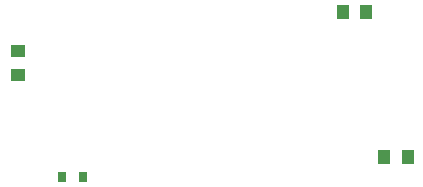
<source format=gbp>
G04*
G04 #@! TF.GenerationSoftware,Altium Limited,Altium Designer,22.10.1 (41)*
G04*
G04 Layer_Color=128*
%FSLAX44Y44*%
%MOMM*%
G71*
G04*
G04 #@! TF.SameCoordinates,86A63571-8FB3-4636-807C-F47AD7162A4A*
G04*
G04*
G04 #@! TF.FilePolarity,Positive*
G04*
G01*
G75*
%ADD15R,1.0000X1.3000*%
%ADD21R,1.3000X1.0000*%
%ADD22R,0.8000X0.9500*%
D15*
X1417480Y1470660D02*
D03*
X1437480D02*
D03*
X1452500Y1347500D02*
D03*
X1472500D02*
D03*
D21*
X1142500Y1417500D02*
D03*
Y1437500D02*
D03*
D22*
X1179720Y1330962D02*
D03*
X1197720Y1330960D02*
D03*
M02*

</source>
